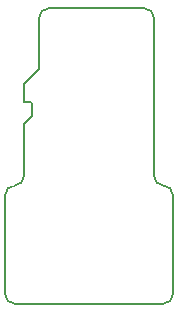
<source format=gbr>
G04 #@! TF.FileFunction,Profile,NP*
%FSLAX46Y46*%
G04 Gerber Fmt 4.6, Leading zero omitted, Abs format (unit mm)*
G04 Created by KiCad (PCBNEW 201611132049+7352~55~ubuntu14.04.1-product) date Wed Nov 16 08:41:23 2016*
%MOMM*%
%LPD*%
G01*
G04 APERTURE LIST*
%ADD10C,0.100000*%
%ADD11C,0.150000*%
G04 APERTURE END LIST*
D10*
D11*
X156820000Y-115030000D02*
G75*
G03X157620000Y-114230000I0J800000D01*
G01*
X157620000Y-105825000D02*
X157620000Y-114230000D01*
X143415000Y-114230000D02*
G75*
G03X144215000Y-115030000I800000J0D01*
G01*
X143415000Y-105825000D02*
X143415000Y-114230000D01*
X157620000Y-105825000D02*
G75*
G03X156820000Y-105025000I-800000J0D01*
G01*
X144215000Y-105025000D02*
G75*
G03X143415000Y-105825000I0J-800000D01*
G01*
X145515000Y-97925000D02*
G75*
G02X145715000Y-98125000I0J-200000D01*
G01*
X146285000Y-95145000D02*
X146285000Y-90825000D01*
X145715000Y-99125000D02*
X145015000Y-99825000D01*
X145715000Y-98125000D02*
X145715000Y-99125000D01*
X145015000Y-97925000D02*
X145515000Y-97925000D01*
X145015000Y-96425000D02*
X145015000Y-97925000D01*
X146285000Y-95145000D02*
X145015000Y-96415000D01*
X156015000Y-104225000D02*
G75*
G03X156815000Y-105025000I800000J0D01*
G01*
X144215000Y-105025000D02*
G75*
G03X145015000Y-104225000I0J800000D01*
G01*
X146285000Y-90825000D02*
G75*
G02X147085000Y-90025000I800000J0D01*
G01*
X155205000Y-90025000D02*
G75*
G02X156015000Y-90815000I10000J-800000D01*
G01*
X156015000Y-104225000D02*
X156015000Y-90825000D01*
X144215000Y-115030000D02*
X156820000Y-115030000D01*
X145015000Y-99825000D02*
X145015000Y-104225000D01*
X155215000Y-90025000D02*
X147085000Y-90025000D01*
M02*

</source>
